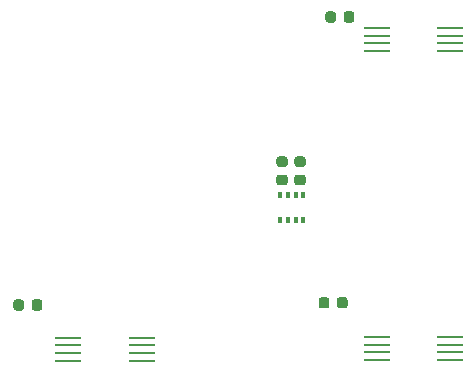
<source format=gbr>
%TF.GenerationSoftware,KiCad,Pcbnew,(5.1.10)-1*%
%TF.CreationDate,2023-09-05T19:57:07-05:00*%
%TF.ProjectId,perovskite_contact_board,7065726f-7673-46b6-9974-655f636f6e74,V3*%
%TF.SameCoordinates,Original*%
%TF.FileFunction,Paste,Bot*%
%TF.FilePolarity,Positive*%
%FSLAX46Y46*%
G04 Gerber Fmt 4.6, Leading zero omitted, Abs format (unit mm)*
G04 Created by KiCad (PCBNEW (5.1.10)-1) date 2023-09-05 19:57:07*
%MOMM*%
%LPD*%
G01*
G04 APERTURE LIST*
%ADD10R,0.350000X0.500000*%
%ADD11R,2.200000X0.220000*%
G04 APERTURE END LIST*
D10*
%TO.C,U7*%
X153629000Y-97527000D03*
X152979000Y-97527000D03*
X152329000Y-97527000D03*
X151679000Y-97527000D03*
X151679000Y-99577000D03*
X152329000Y-99577000D03*
X152979000Y-99577000D03*
X153629000Y-99577000D03*
%TD*%
%TO.C,C5*%
G36*
G01*
X156471500Y-106866500D02*
X156471500Y-106366500D01*
G75*
G02*
X156696500Y-106141500I225000J0D01*
G01*
X157146500Y-106141500D01*
G75*
G02*
X157371500Y-106366500I0J-225000D01*
G01*
X157371500Y-106866500D01*
G75*
G02*
X157146500Y-107091500I-225000J0D01*
G01*
X156696500Y-107091500D01*
G75*
G02*
X156471500Y-106866500I0J225000D01*
G01*
G37*
G36*
G01*
X154921500Y-106866500D02*
X154921500Y-106366500D01*
G75*
G02*
X155146500Y-106141500I225000J0D01*
G01*
X155596500Y-106141500D01*
G75*
G02*
X155821500Y-106366500I0J-225000D01*
G01*
X155821500Y-106866500D01*
G75*
G02*
X155596500Y-107091500I-225000J0D01*
G01*
X155146500Y-107091500D01*
G75*
G02*
X154921500Y-106866500I0J225000D01*
G01*
G37*
%TD*%
%TO.C,C4*%
G36*
G01*
X130627000Y-107057000D02*
X130627000Y-106557000D01*
G75*
G02*
X130852000Y-106332000I225000J0D01*
G01*
X131302000Y-106332000D01*
G75*
G02*
X131527000Y-106557000I0J-225000D01*
G01*
X131527000Y-107057000D01*
G75*
G02*
X131302000Y-107282000I-225000J0D01*
G01*
X130852000Y-107282000D01*
G75*
G02*
X130627000Y-107057000I0J225000D01*
G01*
G37*
G36*
G01*
X129077000Y-107057000D02*
X129077000Y-106557000D01*
G75*
G02*
X129302000Y-106332000I225000J0D01*
G01*
X129752000Y-106332000D01*
G75*
G02*
X129977000Y-106557000I0J-225000D01*
G01*
X129977000Y-107057000D01*
G75*
G02*
X129752000Y-107282000I-225000J0D01*
G01*
X129302000Y-107282000D01*
G75*
G02*
X129077000Y-107057000I0J225000D01*
G01*
G37*
%TD*%
%TO.C,C3*%
G36*
G01*
X157043000Y-82673000D02*
X157043000Y-82173000D01*
G75*
G02*
X157268000Y-81948000I225000J0D01*
G01*
X157718000Y-81948000D01*
G75*
G02*
X157943000Y-82173000I0J-225000D01*
G01*
X157943000Y-82673000D01*
G75*
G02*
X157718000Y-82898000I-225000J0D01*
G01*
X157268000Y-82898000D01*
G75*
G02*
X157043000Y-82673000I0J225000D01*
G01*
G37*
G36*
G01*
X155493000Y-82673000D02*
X155493000Y-82173000D01*
G75*
G02*
X155718000Y-81948000I225000J0D01*
G01*
X156168000Y-81948000D01*
G75*
G02*
X156393000Y-82173000I0J-225000D01*
G01*
X156393000Y-82673000D01*
G75*
G02*
X156168000Y-82898000I-225000J0D01*
G01*
X155718000Y-82898000D01*
G75*
G02*
X155493000Y-82673000I0J225000D01*
G01*
G37*
%TD*%
%TO.C,C2*%
G36*
G01*
X152078500Y-95115500D02*
X151578500Y-95115500D01*
G75*
G02*
X151353500Y-94890500I0J225000D01*
G01*
X151353500Y-94440500D01*
G75*
G02*
X151578500Y-94215500I225000J0D01*
G01*
X152078500Y-94215500D01*
G75*
G02*
X152303500Y-94440500I0J-225000D01*
G01*
X152303500Y-94890500D01*
G75*
G02*
X152078500Y-95115500I-225000J0D01*
G01*
G37*
G36*
G01*
X152078500Y-96665500D02*
X151578500Y-96665500D01*
G75*
G02*
X151353500Y-96440500I0J225000D01*
G01*
X151353500Y-95990500D01*
G75*
G02*
X151578500Y-95765500I225000J0D01*
G01*
X152078500Y-95765500D01*
G75*
G02*
X152303500Y-95990500I0J-225000D01*
G01*
X152303500Y-96440500D01*
G75*
G02*
X152078500Y-96665500I-225000J0D01*
G01*
G37*
%TD*%
%TO.C,C1*%
G36*
G01*
X153602500Y-95115500D02*
X153102500Y-95115500D01*
G75*
G02*
X152877500Y-94890500I0J225000D01*
G01*
X152877500Y-94440500D01*
G75*
G02*
X153102500Y-94215500I225000J0D01*
G01*
X153602500Y-94215500D01*
G75*
G02*
X153827500Y-94440500I0J-225000D01*
G01*
X153827500Y-94890500D01*
G75*
G02*
X153602500Y-95115500I-225000J0D01*
G01*
G37*
G36*
G01*
X153602500Y-96665500D02*
X153102500Y-96665500D01*
G75*
G02*
X152877500Y-96440500I0J225000D01*
G01*
X152877500Y-95990500D01*
G75*
G02*
X153102500Y-95765500I225000J0D01*
G01*
X153602500Y-95765500D01*
G75*
G02*
X153827500Y-95990500I0J-225000D01*
G01*
X153827500Y-96440500D01*
G75*
G02*
X153602500Y-96665500I-225000J0D01*
G01*
G37*
%TD*%
D11*
%TO.C,U6*%
X159841000Y-109515000D03*
X166041000Y-109515000D03*
X159841000Y-110165000D03*
X166041000Y-110165000D03*
X159841000Y-110815000D03*
X166041000Y-110815000D03*
X159841000Y-111465000D03*
X166041000Y-111465000D03*
%TD*%
%TO.C,U5*%
X133742500Y-109578500D03*
X139942500Y-109578500D03*
X133742500Y-110228500D03*
X139942500Y-110228500D03*
X133742500Y-110878500D03*
X139942500Y-110878500D03*
X133742500Y-111528500D03*
X139942500Y-111528500D03*
%TD*%
%TO.C,U4*%
X159841000Y-83353000D03*
X166041000Y-83353000D03*
X159841000Y-84003000D03*
X166041000Y-84003000D03*
X159841000Y-84653000D03*
X166041000Y-84653000D03*
X159841000Y-85303000D03*
X166041000Y-85303000D03*
%TD*%
M02*

</source>
